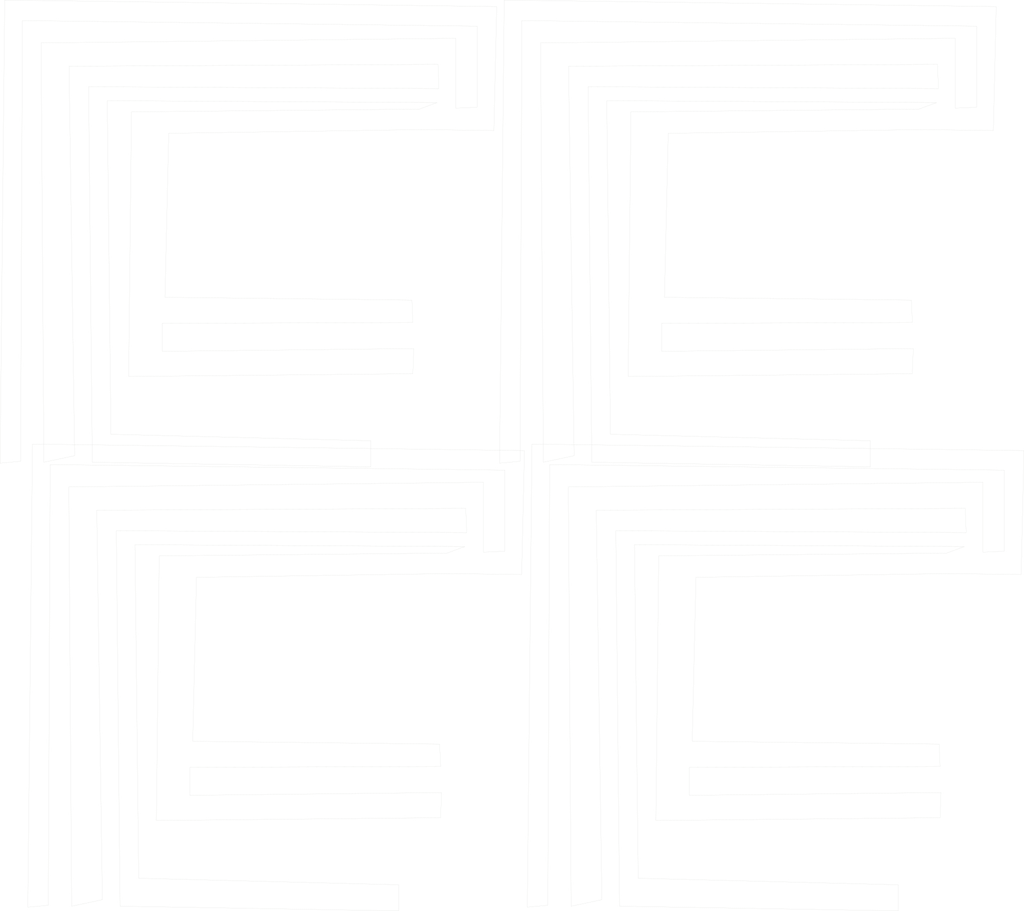
<source format=kicad_pcb>
(kicad_pcb (version 20221018) (generator pcbnew)

  (general
    (thickness 1.6)
  )

  (paper "A4")
  (layers
    (0 "F.Cu" signal)
    (31 "B.Cu" signal)
    (32 "B.Adhes" user "B.Adhesive")
    (33 "F.Adhes" user "F.Adhesive")
    (34 "B.Paste" user)
    (35 "F.Paste" user)
    (36 "B.SilkS" user "B.Silkscreen")
    (37 "F.SilkS" user "F.Silkscreen")
    (38 "B.Mask" user)
    (39 "F.Mask" user)
    (40 "Dwgs.User" user "User.Drawings")
    (41 "Cmts.User" user "User.Comments")
    (42 "Eco1.User" user "User.Eco1")
    (43 "Eco2.User" user "User.Eco2")
    (44 "Edge.Cuts" user)
    (45 "Margin" user)
    (46 "B.CrtYd" user "B.Courtyard")
    (47 "F.CrtYd" user "F.Courtyard")
    (48 "B.Fab" user)
    (49 "F.Fab" user)
    (50 "User.1" user)
    (51 "User.2" user)
    (52 "User.3" user)
    (53 "User.4" user)
    (54 "User.5" user)
    (55 "User.6" user)
    (56 "User.7" user)
    (57 "User.8" user)
    (58 "User.9" user)
  )

  (setup
    (stackup
      (layer "F.SilkS" (type "Top Silk Screen"))
      (layer "F.Paste" (type "Top Solder Paste"))
      (layer "F.Mask" (type "Top Solder Mask") (thickness 0.01))
      (layer "F.Cu" (type "copper") (thickness 0.035))
      (layer "dielectric 1" (type "core") (thickness 1.51) (material "FR4") (epsilon_r 4.5) (loss_tangent 0.02))
      (layer "B.Cu" (type "copper") (thickness 0.035))
      (layer "B.Mask" (type "Bottom Solder Mask") (thickness 0.01))
      (layer "B.Paste" (type "Bottom Solder Paste"))
      (layer "B.SilkS" (type "Bottom Silk Screen"))
      (layer "F.SilkS" (type "Top Silk Screen"))
      (layer "F.Paste" (type "Top Solder Paste"))
      (layer "F.Mask" (type "Top Solder Mask") (thickness 0.01))
      (layer "F.Cu" (type "copper") (thickness 0.035))
      (layer "dielectric 1" (type "core") (thickness 1.51) (material "FR4") (epsilon_r 4.5) (loss_tangent 0.02))
      (layer "B.Cu" (type "copper") (thickness 0.035))
      (layer "B.Mask" (type "Bottom Solder Mask") (thickness 0.01))
      (layer "B.Paste" (type "Bottom Solder Paste"))
      (layer "B.SilkS" (type "Bottom Silk Screen"))
      (layer "F.SilkS" (type "Top Silk Screen"))
      (layer "F.Paste" (type "Top Solder Paste"))
      (layer "F.Mask" (type "Top Solder Mask") (thickness 0.01))
      (layer "F.Cu" (type "copper") (thickness 0.035))
      (layer "dielectric 1" (type "core") (thickness 1.51) (material "FR4") (epsilon_r 4.5) (loss_tangent 0.02))
      (layer "B.Cu" (type "copper") (thickness 0.035))
      (layer "B.Mask" (type "Bottom Solder Mask") (thickness 0.01))
      (layer "B.Paste" (type "Bottom Solder Paste"))
      (layer "B.SilkS" (type "Bottom Silk Screen"))
      (layer "F.SilkS" (type "Top Silk Screen"))
      (layer "F.Paste" (type "Top Solder Paste"))
      (layer "F.Mask" (type "Top Solder Mask") (thickness 0.01))
      (layer "F.Cu" (type "copper") (thickness 0.035))
      (layer "dielectric 1" (type "core") (thickness 1.51) (material "FR4") (epsilon_r 4.5) (loss_tangent 0.02))
      (layer "B.Cu" (type "copper") (thickness 0.035))
      (layer "B.Mask" (type "Bottom Solder Mask") (thickness 0.01))
      (layer "B.Paste" (type "Bottom Solder Paste"))
      (layer "B.SilkS" (type "Bottom Silk Screen"))
      (copper_finish "None")
      (dielectric_constraints no)
    )
    (pad_to_mask_clearance 0)
    (pcbplotparams
      (layerselection 0x00010fc_ffffffff)
      (plot_on_all_layers_selection 0x0000000_00000000)
      (disableapertmacros false)
      (usegerberextensions false)
      (usegerberattributes true)
      (usegerberadvancedattributes true)
      (creategerberjobfile true)
      (dashed_line_dash_ratio 12.000000)
      (dashed_line_gap_ratio 3.000000)
      (svgprecision 4)
      (plotframeref false)
      (viasonmask false)
      (mode 1)
      (useauxorigin false)
      (hpglpennumber 1)
      (hpglpenspeed 20)
      (hpglpendiameter 15.000000)
      (dxfpolygonmode true)
      (dxfimperialunits true)
      (dxfusepcbnewfont true)
      (psnegative false)
      (psa4output false)
      (plotreference true)
      (plotvalue true)
      (plotinvisibletext false)
      (sketchpadsonfab false)
      (subtractmaskfromsilk false)
      (outputformat 1)
      (mirror false)
      (drillshape 1)
      (scaleselection 1)
      (outputdirectory "")
    )
  )

  (net 0 "")

  (gr_line (start 26.029937 176.69989) (end 27.039937 327.78989)
    (stroke (width 0.05) (type default)) (layer "Edge.Cuts") (tstamp 0286d625-cdb1-46b0-b2bd-58b781ef633c))
  (gr_line (start 153.019937 47.91989) (end 179.209937 48.25989)
    (stroke (width 0.05) (type default)) (layer "Edge.Cuts") (tstamp 065fbc48-ac56-4d15-9e91-330d259e5037))
  (gr_line (start 16.029937 16.69989) (end 17.039937 167.78989)
    (stroke (width 0.05) (type default)) (layer "Edge.Cuts") (tstamp 06f613b4-b18e-4567-abae-342ca631829e))
  (gr_line (start 342.349937 200.53989) (end 238.599937 201.53989)
    (stroke (width 0.05) (type default)) (layer "Edge.Cuts") (tstamp 0c2e6df4-db2b-4add-816f-a534c2dfa232))
  (gr_line (start 173.159937 39.85989) (end 165.439937 40.19989)
    (stroke (width 0.05) (type default)) (layer "Edge.Cuts") (tstamp 0d44d16c-dc30-433c-8333-4fe9ff8805d0))
  (gr_line (start 314.889937 160.06989) (end 221.209937 157.71989)
    (stroke (width 0.05) (type default)) (layer "Edge.Cuts") (tstamp 0f96bff3-e1e2-4cf3-9a96-2c9ca822d6c2))
  (gr_line (start 363.159937 199.85989) (end 355.439937 200.19989)
    (stroke (width 0.05) (type default)) (layer "Edge.Cuts") (tstamp 1033ca88-7a55-4318-b1fd-d53c3c81cea2))
  (gr_line (start 192.929937 161.24989) (end 191.249937 328.12989)
    (stroke (width 0.05) (type default)) (layer "Edge.Cuts") (tstamp 139d7476-da0b-44bb-81e6-eaead51ec42f))
  (gr_line (start 69.679937 277.75989) (end 159.999937 277.42989)
    (stroke (width 0.05) (type default)) (layer "Edge.Cuts") (tstamp 14103aba-504b-41c2-b47d-062da51bac9a))
  (gr_line (start 158.729937 38.18989) (end 152.349937 40.53989)
    (stroke (width 0.05) (type default)) (layer "Edge.Cuts") (tstamp 1634a2b9-979d-406e-8cfa-ca978ff6d9c7))
  (gr_line (start 229.869937 197.50989) (end 348.729937 198.18989)
    (stroke (width 0.05) (type default)) (layer "Edge.Cuts") (tstamp 16e043ee-1a65-42a3-a7e4-f1930c035b68))
  (gr_line (start 181.249937 168.12989) (end 188.639937 167.44989)
    (stroke (width 0.05) (type default)) (layer "Edge.Cuts") (tstamp 173e25c7-26ae-4971-838f-0c7a41c650db))
  (gr_line (start 159.399937 33.14989) (end 33.149937 32.47989)
    (stroke (width 0.05) (type default)) (layer "Edge.Cuts") (tstamp 174ace39-d38e-4931-9d30-1d788bd92018))
  (gr_line (start 160.329937 286.82989) (end 69.679937 287.82989)
    (stroke (width 0.05) (type default)) (layer "Edge.Cuts") (tstamp 1b044fff-5489-4d0f-b6e1-0fc1b578e040))
  (gr_line (start 44.489937 327.78989) (end 144.889937 329.46989)
    (stroke (width 0.05) (type default)) (layer "Edge.Cuts") (tstamp 1b921864-d824-455b-89b8-61b81ed11540))
  (gr_line (start 330.329937 126.82989) (end 239.679937 127.82989)
    (stroke (width 0.05) (type default)) (layer "Edge.Cuts") (tstamp 1c2d0626-83c6-4fd1-b9b3-e83f105b5d3c))
  (gr_line (start 27.039937 327.78989) (end 38.119937 325.43989)
    (stroke (width 0.05) (type default)) (layer "Edge.Cuts") (tstamp 1da87f22-750c-4f3d-9f16-c98f73cd30bf))
  (gr_line (start 329.999937 117.42989) (end 329.659937 109.36989)
    (stroke (width 0.05) (type default)) (layer "Edge.Cuts") (tstamp 1dc15687-70ef-460f-b4f7-59d42fbcdb1e))
  (gr_line (start 191.249937 328.12989) (end 198.639937 327.44989)
    (stroke (width 0.05) (type default)) (layer "Edge.Cuts") (tstamp 1fee1c96-f51d-4fae-b2cf-ae80041ca703))
  (gr_line (start 165.439937 15.01989) (end 16.029937 16.69989)
    (stroke (width 0.05) (type default)) (layer "Edge.Cuts") (tstamp 21a8a6dc-5de4-4909-aa1b-0d2a2f6827e8))
  (gr_line (start 239.679937 127.82989) (end 239.679937 117.75989)
    (stroke (width 0.05) (type default)) (layer "Edge.Cuts") (tstamp 26874d5e-a198-42a7-a45e-8e5e776e422e))
  (gr_line (start 343.019937 207.91989) (end 369.209937 208.25989)
    (stroke (width 0.05) (type default)) (layer "Edge.Cuts") (tstamp 26d7423d-6f83-4296-8d04-bbc203746350))
  (gr_line (start 324.889937 320.06989) (end 231.209937 317.71989)
    (stroke (width 0.05) (type default)) (layer "Edge.Cuts") (tstamp 27cef608-1c61-432b-8d49-6ac5eba9e8de))
  (gr_line (start 51.209937 317.71989) (end 49.869937 197.50989)
    (stroke (width 0.05) (type default)) (layer "Edge.Cuts") (tstamp 2daaa17d-ce92-4c6e-a971-6119bbb43d02))
  (gr_line (start 36.099937 185.08989) (end 169.059937 184.41989)
    (stroke (width 0.05) (type default)) (layer "Edge.Cuts") (tstamp 2e9b9591-c100-4d57-acdb-dd6e0c40cfbe))
  (gr_line (start 150.329937 126.82989) (end 59.679937 127.82989)
    (stroke (width 0.05) (type default)) (layer "Edge.Cuts") (tstamp 2ecb1bd4-c118-4bb9-8c98-7667ea1e0e2a))
  (gr_line (start 149.999937 117.42989) (end 149.659937 109.36989)
    (stroke (width 0.05) (type default)) (layer "Edge.Cuts") (tstamp 30220e5b-810c-43fa-bbe4-92933ad5c9fb))
  (gr_line (start 70.679937 268.35989) (end 72.029937 209.26989)
    (stroke (width 0.05) (type default)) (layer "Edge.Cuts") (tstamp 3348e81a-095b-4790-be31-4050ad60bc21))
  (gr_line (start 214.489937 167.78989) (end 314.889937 169.46989)
    (stroke (width 0.05) (type default)) (layer "Edge.Cuts") (tstamp 342a44e0-6dfc-497d-be04-537d75ca4a6a))
  (gr_line (start 49.869937 197.50989) (end 168.729937 198.18989)
    (stroke (width 0.05) (type default)) (layer "Edge.Cuts") (tstamp 3692ca96-2827-47bb-9b6d-7f6fc43e726d))
  (gr_line (start 188.639937 167.44989) (end 189.309937 8.63989)
    (stroke (width 0.05) (type default)) (layer "Edge.Cuts") (tstamp 3832d1bb-60f2-4761-a57c-e8a09ca90fd0))
  (gr_line (start 329.999937 135.88989) (end 330.329937 126.82989)
    (stroke (width 0.05) (type default)) (layer "Edge.Cuts") (tstamp 39d2bd0c-6ca0-4fe4-8d54-b0cec390d9ce))
  (gr_line (start 345.439937 15.01989) (end 196.029937 16.69989)
    (stroke (width 0.05) (type default)) (layer "Edge.Cuts") (tstamp 3a8cb424-bded-459b-928c-667a1abda073))
  (gr_line (start 183.159937 199.85989) (end 175.439937 200.19989)
    (stroke (width 0.05) (type default)) (layer "Edge.Cuts") (tstamp 3aa98dcb-9212-4088-8657-ef9d0465fbe0))
  (gr_line (start 9.309937 8.63989) (end 173.159937 10.64989)
    (stroke (width 0.05) (type default)) (layer "Edge.Cuts") (tstamp 3bd2b76f-fc6c-40e0-8162-2206441cb8ae))
  (gr_line (start 38.119937 325.43989) (end 36.099937 185.08989)
    (stroke (width 0.05) (type default)) (layer "Edge.Cuts") (tstamp 3c86d3c3-747a-4349-bc2c-4f413500e543))
  (gr_line (start 339.059937 24.41989) (end 339.399937 33.14989)
    (stroke (width 0.05) (type default)) (layer "Edge.Cuts") (tstamp 3fb47f6b-adfe-4b13-88db-36c2195f6ce8))
  (gr_line (start 353.159937 39.85989) (end 345.439937 40.19989)
    (stroke (width 0.05) (type default)) (layer "Edge.Cuts") (tstamp 4029af48-69bf-4c69-bede-d2d4a9adeb82))
  (gr_line (start 363.159937 170.64989) (end 363.159937 199.85989)
    (stroke (width 0.05) (type default)) (layer "Edge.Cuts") (tstamp 489c76f6-5109-45b3-a3e9-e2f635a246f2))
  (gr_line (start 355.439937 200.19989) (end 355.439937 175.01989)
    (stroke (width 0.05) (type default)) (layer "Edge.Cuts") (tstamp 4a7ea5c4-2a71-404a-b568-c981e3df059c))
  (gr_line (start 199.309937 168.63989) (end 363.159937 170.64989)
    (stroke (width 0.05) (type default)) (layer "Edge.Cuts") (tstamp 4f6b3037-fb38-40ec-9777-6a13face5de9))
  (gr_line (start 216.099937 185.08989) (end 349.059937 184.41989)
    (stroke (width 0.05) (type default)) (layer "Edge.Cuts") (tstamp 4fa8be6d-85f8-4152-bde7-a4aacb6c7187))
  (gr_line (start 175.439937 175.01989) (end 26.029937 176.69989)
    (stroke (width 0.05) (type default)) (layer "Edge.Cuts") (tstamp 5039e4a5-fb48-4c77-87ab-9c2c55c53fb0))
  (gr_line (start 2.929937 1.24989) (end 1.249937 168.12989)
    (stroke (width 0.05) (type default)) (layer "Edge.Cuts") (tstamp 51983130-7da9-4a8a-8739-9a1a00d5cbbd))
  (gr_line (start 349.399937 193.14989) (end 223.149937 192.47989)
    (stroke (width 0.05) (type default)) (layer "Edge.Cuts") (tstamp 51d26729-2aa2-40fc-970b-74a8e7305fda))
  (gr_line (start 250.679937 268.35989) (end 252.029937 209.26989)
    (stroke (width 0.05) (type default)) (layer "Edge.Cuts") (tstamp 54d93e1d-8555-4da5-ad57-52ff0a727f86))
  (gr_line (start 349.059937 184.41989) (end 349.399937 193.14989)
    (stroke (width 0.05) (type default)) (layer "Edge.Cuts") (tstamp 57a00643-2533-4aa5-a5e0-654746d32721))
  (gr_line (start 360.219937 3.59989) (end 182.929937 1.24989)
    (stroke (width 0.05) (type default)) (layer "Edge.Cuts") (tstamp 59fcdbb2-0995-479a-b42c-403bf4d44e8e))
  (gr_line (start 69.679937 287.82989) (end 69.679937 277.75989)
    (stroke (width 0.05) (type default)) (layer "Edge.Cuts") (tstamp 5bad0a85-58cb-4ae7-a492-49777272fa3b))
  (gr_line (start 359.209937 48.25989) (end 360.219937 3.59989)
    (stroke (width 0.05) (type default)) (layer "Edge.Cuts") (tstamp 5c5e1802-51e0-4fbe-96c5-4e19ca6a5610))
  (gr_line (start 353.159937 10.64989) (end 353.159937 39.85989)
    (stroke (width 0.05) (type default)) (layer "Edge.Cuts") (tstamp 60287f5a-97a7-4e63-840a-ec836464031f))
  (gr_line (start 162.349937 200.53989) (end 58.599937 201.53989)
    (stroke (width 0.05) (type default)) (layer "Edge.Cuts") (tstamp 63967f14-9f0d-4398-a847-5aee547f9cc2))
  (gr_line (start 324.889937 329.46989) (end 324.889937 320.06989)
    (stroke (width 0.05) (type default)) (layer "Edge.Cuts") (tstamp 63ce07bc-7f4f-4328-b4e5-e3c4b5581b8f))
  (gr_line (start 18.639937 327.44989) (end 19.309937 168.63989)
    (stroke (width 0.05) (type default)) (layer "Edge.Cuts") (tstamp 6473e16b-98cb-40a5-b59a-1f446c0b3761))
  (gr_line (start 329.659937 109.36989) (end 240.679937 108.35989)
    (stroke (width 0.05) (type default)) (layer "Edge.Cuts") (tstamp 652755e0-53cb-4bec-a732-b734186bd38e))
  (gr_line (start 179.209937 48.25989) (end 180.219937 3.59989)
    (stroke (width 0.05) (type default)) (layer "Edge.Cuts") (tstamp 658f7bd7-b46b-424f-bed8-1b96363b80f6))
  (gr_line (start 19.309937 168.63989) (end 183.159937 170.64989)
    (stroke (width 0.05) (type default)) (layer "Edge.Cuts") (tstamp 659f4e48-7de8-4596-b0d2-8475117175f7))
  (gr_line (start 190.219937 163.59989) (end 12.929937 161.24989)
    (stroke (width 0.05) (type default)) (layer "Edge.Cuts") (tstamp 6993927f-a15d-4a32-b397-8a222396e858))
  (gr_line (start 12.929937 161.24989) (end 11.249937 328.12989)
    (stroke (width 0.05) (type default)) (layer "Edge.Cuts") (tstamp 6dcd69cf-c153-41d5-8eef-1b08e71fbb35))
  (gr_line (start 249.679937 277.75989) (end 339.999937 277.42989)
    (stroke (width 0.05) (type default)) (layer "Edge.Cuts") (tstamp 6e8eca60-4c2c-4199-99f8-dc093ff75b61))
  (gr_line (start 57.589937 296.89989) (end 159.999937 295.88989)
    (stroke (width 0.05) (type default)) (layer "Edge.Cuts") (tstamp 778c1e2f-9154-48fa-9b0c-f738e5aeff70))
  (gr_line (start 314.889937 169.46989) (end 314.889937 160.06989)
    (stroke (width 0.05) (type default)) (layer "Edge.Cuts") (tstamp 77cf8040-ae0a-4a60-9ea8-e99f2314586c))
  (gr_line (start 338.729937 38.18989) (end 332.349937 40.53989)
    (stroke (width 0.05) (type default)) (layer "Edge.Cuts") (tstamp 78c00812-9815-4c13-91e6-43c63e1d6ba9))
  (gr_line (start 28.119937 165.43989) (end 26.099937 25.08989)
    (stroke (width 0.05) (type default)) (layer "Edge.Cuts") (tstamp 78d086ef-188c-4c8a-b1e7-7d24fb0e455b))
  (gr_line (start 58.599937 201.53989) (end 57.589937 296.89989)
    (stroke (width 0.05) (type default)) (layer "Edge.Cuts") (tstamp 7bf6fef7-786f-42c4-9c69-e03960232743))
  (gr_line (start 339.659937 269.36989) (end 250.679937 268.35989)
    (stroke (width 0.05) (type default)) (layer "Edge.Cuts") (tstamp 7c2d580e-c947-44c6-b30c-9b07599f7906))
  (gr_line (start 213.149937 32.47989) (end 214.489937 167.78989)
    (stroke (width 0.05) (type default)) (layer "Edge.Cuts") (tstamp 7e059401-58e5-49d0-9065-aebb2c061400))
  (gr_line (start 332.349937 40.53989) (end 228.599937 41.53989)
    (stroke (width 0.05) (type default)) (layer "Edge.Cuts") (tstamp 8261ce01-d608-473f-bbc3-7da42c32d0dd))
  (gr_line (start 1.249937 168.12989) (end 8.639937 167.44989)
    (stroke (width 0.05) (type default)) (layer "Edge.Cuts") (tstamp 85574bfa-90e6-4f6d-8df6-e3d2ed06826b))
  (gr_line (start 43.149937 192.47989) (end 44.489937 327.78989)
    (stroke (width 0.05) (type default)) (layer "Edge.Cuts") (tstamp 85f53da0-df52-4e8a-b548-bcf647bcc64c))
  (gr_line (start 340.329937 286.82989) (end 249.679937 287.82989)
    (stroke (width 0.05) (type default)) (layer "Edge.Cuts") (tstamp 8705ad4a-1942-4dfe-b216-96493c5461f5))
  (gr_line (start 62.029937 49.26989) (end 153.019937 47.91989)
    (stroke (width 0.05) (type default)) (layer "Edge.Cuts") (tstamp 888fe8b2-6e97-444a-9bbe-0d741ede8600))
  (gr_line (start 173.159937 10.64989) (end 173.159937 39.85989)
    (stroke (width 0.05) (type default)) (layer "Edge.Cuts") (tstamp 893943f5-7eb5-42c1-b75c-0f82e11ebb4e))
  (gr_line (start 223.149937 192.47989) (end 224.489937 327.78989)
    (stroke (width 0.05) (type default)) (layer "Edge.Cuts") (tstamp 89be59d1-d04c-4d6c-85b7-d124cc00ed33))
  (gr_line (start 39.869937 37.50989) (end 158.729937 38.18989)
    (stroke (width 0.05) (type default)) (layer "Edge.Cuts") (tstamp 8bc783f3-78da-4b77-b1ae-a0b06d5bef24))
  (gr_line (start 237.589937 296.89989) (end 339.999937 295.88989)
    (stroke (width 0.05) (type default)) (layer "Edge.Cuts") (tstamp 8cf18f24-eaf8-4eec-8c71-a16536336663))
  (gr_line (start 219.869937 37.50989) (end 338.729937 38.18989)
    (stroke (width 0.05) (type default)) (layer "Edge.Cuts") (tstamp 8da2ecf8-7404-4e33-9217-944e54b5bcff))
  (gr_line (start 165.439937 40.19989) (end 165.439937 15.01989)
    (stroke (width 0.05) (type default)) (layer "Edge.Cuts") (tstamp 8f665cdf-ecb2-4eab-8a02-56ecf5205fff))
  (gr_line (start 369.209937 208.25989) (end 370.219937 163.59989)
    (stroke (width 0.05) (type default)) (layer "Edge.Cuts") (tstamp 92d2b845-1366-44c8-ac12-22fefdcd8541))
  (gr_line (start 207.039937 327.78989) (end 218.119937 325.43989)
    (stroke (width 0.05) (type default)) (layer "Edge.Cuts") (tstamp 93543da0-3bb5-47ae-9393-4f71a65f6318))
  (gr_line (start 339.399937 33.14989) (end 213.149937 32.47989)
    (stroke (width 0.05) (type default)) (layer "Edge.Cuts") (tstamp 94e95511-25f4-471c-9adc-9b4c46958412))
  (gr_line (start 8.639937 167.44989) (end 9.309937 8.63989)
    (stroke (width 0.05) (type default)) (layer "Edge.Cuts") (tstamp 9668ac51-c12d-4680-b527-abcb96ed43dd))
  (gr_line (start 370.219937 163.59989) (end 192.929937 161.24989)
    (stroke (width 0.05) (type default)) (layer "Edge.Cuts") (tstamp 9705eb18-bc80-413b-822d-e17e4c273b47))
  (gr_line (start 26.099937 25.08989) (end 159.059937 24.41989)
    (stroke (width 0.05) (type default)) (layer "Edge.Cuts") (tstamp 970ced8f-0e69-4434-9699-9c3f213a8bf0))
  (gr_line (start 144.889937 329.46989) (end 144.889937 320.06989)
    (stroke (width 0.05) (type default)) (layer "Edge.Cuts") (tstamp 9ba443d9-8c75-4461-85cb-7b631ae1526d))
  (gr_line (start 33.149937 32.47989) (end 34.489937 167.78989)
    (stroke (width 0.05) (type default)) (layer "Edge.Cuts") (tstamp 9d052154-35e9-413a-bd97-856953fc4844))
  (gr_line (start 149.659937 109.36989) (end 60.679937 108.35989)
    (stroke (width 0.05) (type default)) (layer "Edge.Cuts") (tstamp 9e26db4e-9dac-48f5-b3f4-33fede7db212))
  (gr_line (start 206.029937 176.69989) (end 207.039937 327.78989)
    (stroke (width 0.05) (type default)) (layer "Edge.Cuts") (tstamp 9f42d82f-af33-469b-98b2-737a178cb5f3))
  (gr_line (start 249.679937 287.82989) (end 249.679937 277.75989)
    (stroke (width 0.05) (type default)) (layer "Edge.Cuts") (tstamp a148d057-4946-4289-8250-8e820961552e))
  (gr_line (start 169.399937 193.14989) (end 43.149937 192.47989)
    (stroke (width 0.05) (type default)) (layer "Edge.Cuts") (tstamp a1e10592-36c7-4750-88f9-a8b436c922c8))
  (gr_line (start 11.249937 328.12989) (end 18.639937 327.44989)
    (stroke (width 0.05) (type default)) (layer "Edge.Cuts") (tstamp a9fcc400-f5a8-4009-930c-5d52de1f5a96))
  (gr_line (start 168.729937 198.18989) (end 162.349937 200.53989)
    (stroke (width 0.05) (type default)) (layer "Edge.Cuts") (tstamp ab1b761f-38b0-4d59-a31c-3b94c23956eb))
  (gr_line (start 196.029937 16.69989) (end 197.039937 167.78989)
    (stroke (width 0.05) (type default)) (layer "Edge.Cuts") (tstamp ae008339-6b31-40c4-82db-f42447f6cb5d))
  (gr_line (start 345.439937 40.19989) (end 345.439937 15.01989)
    (stroke (width 0.05) (type default)) (layer "Edge.Cuts") (tstamp b0a6470f-97db-4afa-9142-9f1555cb7af8))
  (gr_line (start 169.059937 184.41989) (end 169.399937 193.14989)
    (stroke (width 0.05) (type default)) (layer "Edge.Cuts") (tstamp b2030cb1-2db2-4742-8668-689ff2bbb9c1))
  (gr_line (start 183.159937 170.64989) (end 183.159937 199.85989)
    (stroke (width 0.05) (type default)) (layer "Edge.Cuts") (tstamp b457ad77-2f2f-4554-9a7c-c43ba68e64e7))
  (gr_line (start 134.889937 169.46989) (end 134.889937 160.06989)
    (stroke (width 0.05) (type default)) (layer "Edge.Cuts") (tstamp b557df12-ba12-4c1d-bb26-8c1150995693))
  (gr_line (start 60.679937 108.35989) (end 62.029937 49.26989)
    (stroke (width 0.05) (type default)) (layer "Edge.Cuts") (tstamp b56c4240-27ef-46b3-9503-763c858ac13e))
  (gr_line (start 240.679937 108.35989) (end 242.029937 49.26989)
    (stroke (width 0.05) (type default)) (layer "Edge.Cuts") (tstamp b86ad2e8-c34b-45ad-91fb-5afb0addc6c2))
  (gr_line (start 144.889937 320.06989) (end 51.209937 317.71989)
    (stroke (width 0.05) (type default)) (layer "Edge.Cuts") (tstamp bc47ed00-25a6-4086-8a97-3d15e2ff5872))
  (gr_line (start 348.729937 198.18989) (end 342.349937 200.53989)
    (stroke (width 0.05) (type default)) (layer "Edge.Cuts") (tstamp bc6ccdf7-8a57-4ee7-9192-91360c260a38))
  (gr_line (start 339.999937 295.88989) (end 340.329937 286.82989)
    (stroke (width 0.05) (type default)) (layer "Edge.Cuts") (tstamp bf5dbeda-bef4-479d-bc80-1dad26507795))
  (gr_line (start 231.209937 317.71989) (end 229.869937 197.50989)
    (stroke (width 0.05) (type default)) (layer "Edge.Cuts") (tstamp c0529c96-4f9a-4d02-a86b-76704ec1728a))
  (gr_line (start 17.039937 167.78989) (end 28.119937 165.43989)
    (stroke (width 0.05) (type default)) (layer "Edge.Cuts") (tstamp c0f582b3-d5ad-4ccc-995e-ca7645ac7c23))
  (gr_line (start 152.349937 40.53989) (end 48.599937 41.53989)
    (stroke (width 0.05) (type default)) (layer "Edge.Cuts") (tstamp c1037508-ef3c-428f-83d4-752205449c07))
  (gr_line (start 59.679937 117.75989) (end 149.999937 117.42989)
    (stroke (width 0.05) (type default)) (layer "Edge.Cuts") (tstamp c22ef10d-2c1a-4a9a-91b1-ee11583c2b02))
  (gr_line (start 252.029937 209.26989) (end 343.019937 207.91989)
    (stroke (width 0.05) (type default)) (layer "Edge.Cuts") (tstamp c32083c1-04d8-4609-90b9-bb8258d2091b))
  (gr_line (start 134.889937 160.06989) (end 41.209937 157.71989)
    (stroke (width 0.05) (type default)) (layer "Edge.Cuts") (tstamp c3697689-7c38-4ca9-b8b8-968b97ff3f9d))
  (gr_line (start 239.679937 117.75989) (end 329.999937 117.42989)
    (stroke (width 0.05) (type default)) (layer "Edge.Cuts") (tstamp c7c88616-a872-4fb3-93c2-cbad0939e6bc))
  (gr_line (start 227.589937 136.89989) (end 329.999937 135.88989)
    (stroke (width 0.05) (type default)) (layer "Edge.Cuts") (tstamp c7ee686a-97c6-4e94-b386-218080414ea9))
  (gr_line (start 59.679937 127.82989) (end 59.679937 117.75989)
    (stroke (width 0.05) (type default)) (layer "Edge.Cuts") (tstamp c7f80d4f-e0d6-4a1c-8359-80c8580bb703))
  (gr_line (start 41.209937 157.71989) (end 39.869937 37.50989)
    (stroke (width 0.05) (type default)) (layer "Edge.Cuts") (tstamp c8015808-871d-4280-a8c2-ebf24ad9854c))
  (gr_line (start 218.119937 325.43989) (end 216.099937 185.08989)
    (stroke (width 0.05) (type default)) (layer "Edge.Cuts") (tstamp cbad5cac-ea04-49fb-b52c-8283b6eb2408))
  (gr_line (start 180.219937 3.59989) (end 2.929937 1.24989)
    (stroke (width 0.05) (type default)) (layer "Edge.Cuts") (tstamp cf2f9104-9957-446c-af53-0a04874b2317))
  (gr_line (start 149.999937 135.88989) (end 150.329937 126.82989)
    (stroke (width 0.05) (type default)) (layer "Edge.Cuts") (tstamp d0cb34e8-a25c-446b-9c37-f6040c085967))
  (gr_line (start 72.029937 209.26989) (end 163.019937 207.91989)
    (stroke (width 0.05) (type default)) (layer "Edge.Cuts") (tstamp d1b3b624-293d-4231-a69e-4cc39898c28f))
  (gr_line (start 189.209937 208.25989) (end 190.219937 163.59989)
    (stroke (width 0.05) (type default)) (layer "Edge.Cuts") (tstamp d3365fd2-70ae-471e-9243-28dde2ba3af7))
  (gr_line (start 355.439937 175.01989) (end 206.029937 176.69989)
    (stroke (width 0.05) (type default)) (layer "Edge.Cuts") (tstamp d406e426-10f9-44d2-80cc-88660b21abe9))
  (gr_line (start 159.999937 295.88989) (end 160.329937 286.82989)
    (stroke (width 0.05) (type default)) (layer "Edge.Cuts") (tstamp d83541a5-21c9-4438-9215-e1d1e6d6385d))
  (gr_line (start 48.599937 41.53989) (end 47.589937 136.89989)
    (stroke (width 0.05) (type default)) (layer "Edge.Cuts") (tstamp d8fb0b8b-8b39-4fe1-92ca-9ab09edc8eb6))
  (gr_line (start 197.039937 167.78989) (end 208.119937 165.43989)
    (stroke (width 0.05) (type default)) (layer "Edge.Cuts") (tstamp da8eced0-2638-4222-ad8e-4c3cb4852d49))
  (gr_line (start 224.489937 327.78989) (end 324.889937 329.46989)
    (stroke (width 0.05) (type default)) (layer "Edge.Cuts") (tstamp da97e99d-a9e6-4dcb-b185-f4bcdb1d7c08))
  (gr_line (start 47.589937 136.89989) (end 149.999937 135.88989)
    (stroke (width 0.05) (type default)) (layer "Edge.Cuts") (tstamp dacda5cf-60ab-480d-87a4-78f73461c62f))
  (gr_line (start 159.659937 269.36989) (end 70.679937 268.35989)
    (stroke (width 0.05) (type default)) (layer "Edge.Cuts") (tstamp db94defc-90b4-4bea-85d1-0d0a76b05e00))
  (gr_line (start 221.209937 157.71989) (end 219.869937 37.50989)
    (stroke (width 0.05) (type default)) (layer "Edge.Cuts") (tstamp de25ab91-fd33-4681-86af-675dee64fd9b))
  (gr_line (start 228.599937 41.53989) (end 227.589937 136.89989)
    (stroke (width 0.05) (type default)) (layer "Edge.Cuts") (tstamp de9ba8f2-6a54-45d8-a0df-05763721e3a6))
  (gr_line (start 34.489937 167.78989) (end 134.889937 169.46989)
    (stroke (width 0.05) (type default)) (layer "Edge.Cuts") (tstamp dfa86f3a-5f21-40ff-8449-231feb36599b))
  (gr_line (start 198.639937 327.44989) (end 199.309937 168.63989)
    (stroke (width 0.05) (type default)) (layer "Edge.Cuts") (tstamp e54eed01-ad4f-42fb-8c45-804e51fb8ce5))
  (gr_line (start 189.309937 8.63989) (end 353.159937 10.64989)
    (stroke (width 0.05) (type default)) (layer "Edge.Cuts") (tstamp e9825b81-aa6d-45f7-a414-046d9e9b57a2))
  (gr_line (start 175.439937 200.19989) (end 175.439937 175.01989)
    (stroke (width 0.05) (type default)) (layer "Edge.Cuts") (tstamp ea9f8357-3e8f-4c61-8e83-726edf919d5a))
  (gr_line (start 206.099937 25.08989) (end 339.059937 24.41989)
    (stroke (width 0.05) (type default)) (layer "Edge.Cuts") (tstamp ec606ef6-66b1-49e3-9234-5533cdbf80e0))
  (gr_line (start 333.019937 47.91989) (end 359.209937 48.25989)
    (stroke (width 0.05) (type default)) (layer "Edge.Cuts") (tstamp edca78df-4ed9-4c96-80d0-4b27a7a83d99))
  (gr_line (start 339.999937 277.42989) (end 339.659937 269.36989)
    (stroke (width 0.05) (type default)) (layer "Edge.Cuts") (tstamp efe03905-9e89-4ca0-9271-11f5ca780bd2))
  (gr_line (start 182.929937 1.24989) (end 181.249937 168.12989)
    (stroke (width 0.05) (type default)) (layer "Edge.Cuts") (tstamp f216aea1-faf0-4274-9d81-9bb803fe4f20))
  (gr_line (start 238.599937 201.53989) (end 237.589937 296.89989)
    (stroke (width 0.05) (type default)) (layer "Edge.Cuts") (tstamp f3b1f0aa-6e77-476c-96aa-5c5c7f016c07))
  (gr_line (start 159.059937 24.41989) (end 159.399937 33.14989)
    (stroke (width 0.05) (type default)) (layer "Edge.Cuts") (tstamp f4d255e2-6f2d-424a-badd-141fa9c99490))
  (gr_line (start 208.119937 165.43989) (end 206.099937 25.08989)
    (stroke (width 0.05) (type default)) (layer "Edge.Cuts") (tstamp f6ede994-c652-4b80-a20b-e6153c063418))
  (gr_line (start 163.019937 207.91989) (end 189.209937 208.25989)
    (stroke (width 0.05) (type default)) (layer "Edge.Cuts") (tstamp f858cce5-4973-49c8-842e-27d51bd508fd))
  (gr_line (start 159.999937 277.42989) (end 159.659937 269.36989)
    (stroke (width 0.05) (type default)) (layer "Edge.Cuts") (tstamp f897a5b8-f935-4d86-a52e-b5d238b4b1f3))
  (gr_line (start 242.029937 49.26989) (end 333.019937 47.91989)
    (stroke (width 0.05) (type default)) (layer "Edge.Cuts") (tstamp fadf6f81-7d50-49a1-a18f-6ace3184689a))

)

</source>
